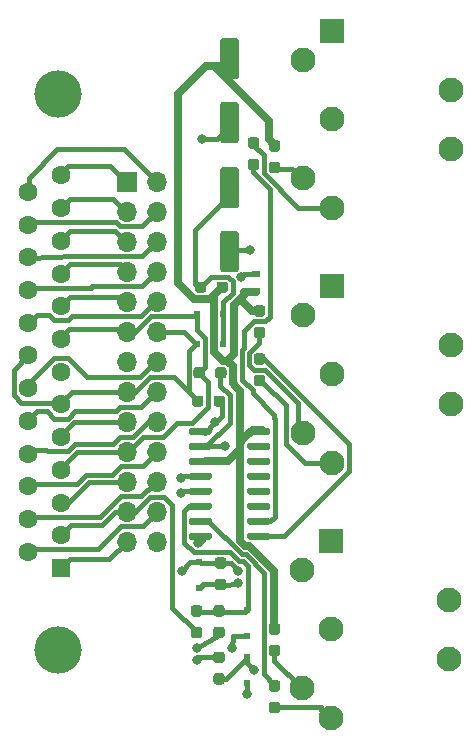
<source format=gbr>
%TF.GenerationSoftware,KiCad,Pcbnew,(5.1.10-1-10_14)*%
%TF.CreationDate,2021-11-16T12:10:24+01:00*%
%TF.ProjectId,Atari Export,41746172-6920-4457-9870-6f72742e6b69,rev?*%
%TF.SameCoordinates,Original*%
%TF.FileFunction,Copper,L1,Top*%
%TF.FilePolarity,Positive*%
%FSLAX46Y46*%
G04 Gerber Fmt 4.6, Leading zero omitted, Abs format (unit mm)*
G04 Created by KiCad (PCBNEW (5.1.10-1-10_14)) date 2021-11-16 12:10:24*
%MOMM*%
%LPD*%
G01*
G04 APERTURE LIST*
%TA.AperFunction,ComponentPad*%
%ADD10C,4.000000*%
%TD*%
%TA.AperFunction,ComponentPad*%
%ADD11C,1.600000*%
%TD*%
%TA.AperFunction,ComponentPad*%
%ADD12R,1.600000X1.600000*%
%TD*%
%TA.AperFunction,ComponentPad*%
%ADD13O,1.700000X1.700000*%
%TD*%
%TA.AperFunction,ComponentPad*%
%ADD14R,1.700000X1.700000*%
%TD*%
%TA.AperFunction,ComponentPad*%
%ADD15C,2.100000*%
%TD*%
%TA.AperFunction,ComponentPad*%
%ADD16R,2.100000X2.100000*%
%TD*%
%TA.AperFunction,SMDPad,CuDef*%
%ADD17R,0.700000X0.600000*%
%TD*%
%TA.AperFunction,SMDPad,CuDef*%
%ADD18R,0.500000X0.500000*%
%TD*%
%TA.AperFunction,ViaPad*%
%ADD19C,0.800000*%
%TD*%
%TA.AperFunction,Conductor*%
%ADD20C,0.381000*%
%TD*%
%TA.AperFunction,Conductor*%
%ADD21C,0.635000*%
%TD*%
G04 APERTURE END LIST*
%TO.P,C2,2*%
%TO.N,GND*%
%TA.AperFunction,SMDPad,CuDef*%
G36*
G01*
X110702000Y-53782000D02*
X111802000Y-53782000D01*
G75*
G02*
X112052000Y-54032000I0J-250000D01*
G01*
X112052000Y-57032000D01*
G75*
G02*
X111802000Y-57282000I-250000J0D01*
G01*
X110702000Y-57282000D01*
G75*
G02*
X110452000Y-57032000I0J250000D01*
G01*
X110452000Y-54032000D01*
G75*
G02*
X110702000Y-53782000I250000J0D01*
G01*
G37*
%TD.AperFunction*%
%TO.P,C2,1*%
%TO.N,VCC*%
%TA.AperFunction,SMDPad,CuDef*%
G36*
G01*
X110702000Y-48382000D02*
X111802000Y-48382000D01*
G75*
G02*
X112052000Y-48632000I0J-250000D01*
G01*
X112052000Y-51632000D01*
G75*
G02*
X111802000Y-51882000I-250000J0D01*
G01*
X110702000Y-51882000D01*
G75*
G02*
X110452000Y-51632000I0J250000D01*
G01*
X110452000Y-48632000D01*
G75*
G02*
X110702000Y-48382000I250000J0D01*
G01*
G37*
%TD.AperFunction*%
%TD*%
%TO.P,C1,2*%
%TO.N,GND*%
%TA.AperFunction,SMDPad,CuDef*%
G36*
G01*
X110702000Y-64704000D02*
X111802000Y-64704000D01*
G75*
G02*
X112052000Y-64954000I0J-250000D01*
G01*
X112052000Y-67954000D01*
G75*
G02*
X111802000Y-68204000I-250000J0D01*
G01*
X110702000Y-68204000D01*
G75*
G02*
X110452000Y-67954000I0J250000D01*
G01*
X110452000Y-64954000D01*
G75*
G02*
X110702000Y-64704000I250000J0D01*
G01*
G37*
%TD.AperFunction*%
%TO.P,C1,1*%
%TO.N,Net-(C1-Pad1)*%
%TA.AperFunction,SMDPad,CuDef*%
G36*
G01*
X110702000Y-59304000D02*
X111802000Y-59304000D01*
G75*
G02*
X112052000Y-59554000I0J-250000D01*
G01*
X112052000Y-62554000D01*
G75*
G02*
X111802000Y-62804000I-250000J0D01*
G01*
X110702000Y-62804000D01*
G75*
G02*
X110452000Y-62554000I0J250000D01*
G01*
X110452000Y-59554000D01*
G75*
G02*
X110702000Y-59304000I250000J0D01*
G01*
G37*
%TD.AperFunction*%
%TD*%
D10*
%TO.P,J1,0*%
%TO.N,N/C*%
X96700000Y-100180000D03*
X96700000Y-53080000D03*
D11*
%TO.P,J1,25*%
%TO.N,Net-(J1-Pad25)*%
X94160000Y-61395000D03*
%TO.P,J1,24*%
%TO.N,Net-(J1-Pad24)*%
X94160000Y-64165000D03*
%TO.P,J1,23*%
%TO.N,Net-(J1-Pad23)*%
X94160000Y-66935000D03*
%TO.P,J1,22*%
%TO.N,Net-(J1-Pad22)*%
X94160000Y-69705000D03*
%TO.P,J1,21*%
%TO.N,Net-(J1-Pad21)*%
X94160000Y-72475000D03*
%TO.P,J1,20*%
%TO.N,Net-(D3-Pad2)*%
X94160000Y-75245000D03*
%TO.P,J1,19*%
%TO.N,Net-(J1-Pad19)*%
X94160000Y-78015000D03*
%TO.P,J1,18*%
%TO.N,Net-(J1-Pad18)*%
X94160000Y-80785000D03*
%TO.P,J1,17*%
%TO.N,Net-(J1-Pad17)*%
X94160000Y-83555000D03*
%TO.P,J1,16*%
%TO.N,Net-(J1-Pad16)*%
X94160000Y-86325000D03*
%TO.P,J1,15*%
%TO.N,Net-(J1-Pad15)*%
X94160000Y-89095000D03*
%TO.P,J1,14*%
%TO.N,Net-(J1-Pad14)*%
X94160000Y-91865000D03*
%TO.P,J1,13*%
%TO.N,Net-(J1-Pad13)*%
X97000000Y-60010000D03*
%TO.P,J1,12*%
%TO.N,Net-(J1-Pad12)*%
X97000000Y-62780000D03*
%TO.P,J1,11*%
%TO.N,Net-(J1-Pad11)*%
X97000000Y-65550000D03*
%TO.P,J1,10*%
%TO.N,Net-(J1-Pad10)*%
X97000000Y-68320000D03*
%TO.P,J1,9*%
%TO.N,Net-(J1-Pad9)*%
X97000000Y-71090000D03*
%TO.P,J1,8*%
%TO.N,Net-(D2-Pad2)*%
X97000000Y-73860000D03*
%TO.P,J1,7*%
%TO.N,GND*%
X97000000Y-76630000D03*
%TO.P,J1,6*%
%TO.N,Net-(D3-Pad2)*%
X97000000Y-79400000D03*
%TO.P,J1,5*%
%TO.N,Net-(J1-Pad5)*%
X97000000Y-82170000D03*
%TO.P,J1,4*%
%TO.N,Net-(D2-Pad2)*%
X97000000Y-84940000D03*
%TO.P,J1,3*%
%TO.N,Net-(J1-Pad3)*%
X97000000Y-87710000D03*
%TO.P,J1,2*%
%TO.N,Net-(J1-Pad2)*%
X97000000Y-90480000D03*
D12*
%TO.P,J1,1*%
%TO.N,Net-(J1-Pad1)*%
X97000000Y-93250000D03*
%TD*%
D13*
%TO.P,J5,26*%
%TO.N,N/C*%
X105105200Y-91033600D03*
%TO.P,J5,25*%
%TO.N,Net-(J1-Pad1)*%
X102565200Y-91033600D03*
%TO.P,J5,24*%
%TO.N,Net-(J1-Pad14)*%
X105105200Y-88493600D03*
%TO.P,J5,23*%
%TO.N,Net-(J1-Pad2)*%
X102565200Y-88493600D03*
%TO.P,J5,22*%
%TO.N,Net-(J1-Pad15)*%
X105105200Y-85953600D03*
%TO.P,J5,21*%
%TO.N,Net-(J1-Pad3)*%
X102565200Y-85953600D03*
%TO.P,J5,20*%
%TO.N,Net-(J1-Pad16)*%
X105105200Y-83413600D03*
%TO.P,J5,19*%
%TO.N,Net-(D2-Pad2)*%
X102565200Y-83413600D03*
%TO.P,J5,18*%
%TO.N,Net-(J1-Pad17)*%
X105105200Y-80873600D03*
%TO.P,J5,17*%
%TO.N,Net-(J1-Pad5)*%
X102565200Y-80873600D03*
%TO.P,J5,16*%
%TO.N,Net-(J1-Pad18)*%
X105105200Y-78333600D03*
%TO.P,J5,15*%
%TO.N,Net-(D3-Pad2)*%
X102565200Y-78333600D03*
%TO.P,J5,14*%
%TO.N,Net-(J1-Pad19)*%
X105105200Y-75793600D03*
%TO.P,J5,13*%
%TO.N,GND*%
X102565200Y-75793600D03*
%TO.P,J5,12*%
%TO.N,Net-(D3-Pad2)*%
X105105200Y-73253600D03*
%TO.P,J5,11*%
%TO.N,Net-(D2-Pad2)*%
X102565200Y-73253600D03*
%TO.P,J5,10*%
%TO.N,Net-(J1-Pad21)*%
X105105200Y-70713600D03*
%TO.P,J5,9*%
%TO.N,Net-(J1-Pad9)*%
X102565200Y-70713600D03*
%TO.P,J5,8*%
%TO.N,Net-(J1-Pad22)*%
X105105200Y-68173600D03*
%TO.P,J5,7*%
%TO.N,Net-(J1-Pad10)*%
X102565200Y-68173600D03*
%TO.P,J5,6*%
%TO.N,Net-(J1-Pad23)*%
X105105200Y-65633600D03*
%TO.P,J5,5*%
%TO.N,Net-(J1-Pad11)*%
X102565200Y-65633600D03*
%TO.P,J5,4*%
%TO.N,Net-(J1-Pad24)*%
X105105200Y-63093600D03*
%TO.P,J5,3*%
%TO.N,Net-(J1-Pad12)*%
X102565200Y-63093600D03*
%TO.P,J5,2*%
%TO.N,Net-(J1-Pad25)*%
X105105200Y-60553600D03*
D14*
%TO.P,J5,1*%
%TO.N,Net-(J1-Pad13)*%
X102565200Y-60553600D03*
%TD*%
%TO.P,R9,2*%
%TO.N,Net-(D1-Pad1)*%
%TA.AperFunction,SMDPad,CuDef*%
G36*
G01*
X110125500Y-102152000D02*
X110600500Y-102152000D01*
G75*
G02*
X110838000Y-102389500I0J-237500D01*
G01*
X110838000Y-102889500D01*
G75*
G02*
X110600500Y-103127000I-237500J0D01*
G01*
X110125500Y-103127000D01*
G75*
G02*
X109888000Y-102889500I0J237500D01*
G01*
X109888000Y-102389500D01*
G75*
G02*
X110125500Y-102152000I237500J0D01*
G01*
G37*
%TD.AperFunction*%
%TO.P,R9,1*%
%TO.N,GND*%
%TA.AperFunction,SMDPad,CuDef*%
G36*
G01*
X110125500Y-100327000D02*
X110600500Y-100327000D01*
G75*
G02*
X110838000Y-100564500I0J-237500D01*
G01*
X110838000Y-101064500D01*
G75*
G02*
X110600500Y-101302000I-237500J0D01*
G01*
X110125500Y-101302000D01*
G75*
G02*
X109888000Y-101064500I0J237500D01*
G01*
X109888000Y-100564500D01*
G75*
G02*
X110125500Y-100327000I237500J0D01*
G01*
G37*
%TD.AperFunction*%
%TD*%
%TO.P,R5,2*%
%TO.N,Net-(D5-Pad1)*%
%TA.AperFunction,SMDPad,CuDef*%
G36*
G01*
X110600500Y-97365000D02*
X110125500Y-97365000D01*
G75*
G02*
X109888000Y-97127500I0J237500D01*
G01*
X109888000Y-96627500D01*
G75*
G02*
X110125500Y-96390000I237500J0D01*
G01*
X110600500Y-96390000D01*
G75*
G02*
X110838000Y-96627500I0J-237500D01*
G01*
X110838000Y-97127500D01*
G75*
G02*
X110600500Y-97365000I-237500J0D01*
G01*
G37*
%TD.AperFunction*%
%TO.P,R5,1*%
%TO.N,GND*%
%TA.AperFunction,SMDPad,CuDef*%
G36*
G01*
X110600500Y-99190000D02*
X110125500Y-99190000D01*
G75*
G02*
X109888000Y-98952500I0J237500D01*
G01*
X109888000Y-98452500D01*
G75*
G02*
X110125500Y-98215000I237500J0D01*
G01*
X110600500Y-98215000D01*
G75*
G02*
X110838000Y-98452500I0J-237500D01*
G01*
X110838000Y-98952500D01*
G75*
G02*
X110600500Y-99190000I-237500J0D01*
G01*
G37*
%TD.AperFunction*%
%TD*%
%TO.P,R4,2*%
%TO.N,Net-(D4-Pad1)*%
%TA.AperFunction,SMDPad,CuDef*%
G36*
G01*
X110252500Y-94151000D02*
X110727500Y-94151000D01*
G75*
G02*
X110965000Y-94388500I0J-237500D01*
G01*
X110965000Y-94888500D01*
G75*
G02*
X110727500Y-95126000I-237500J0D01*
G01*
X110252500Y-95126000D01*
G75*
G02*
X110015000Y-94888500I0J237500D01*
G01*
X110015000Y-94388500D01*
G75*
G02*
X110252500Y-94151000I237500J0D01*
G01*
G37*
%TD.AperFunction*%
%TO.P,R4,1*%
%TO.N,GND*%
%TA.AperFunction,SMDPad,CuDef*%
G36*
G01*
X110252500Y-92326000D02*
X110727500Y-92326000D01*
G75*
G02*
X110965000Y-92563500I0J-237500D01*
G01*
X110965000Y-93063500D01*
G75*
G02*
X110727500Y-93301000I-237500J0D01*
G01*
X110252500Y-93301000D01*
G75*
G02*
X110015000Y-93063500I0J237500D01*
G01*
X110015000Y-92563500D01*
G75*
G02*
X110252500Y-92326000I237500J0D01*
G01*
G37*
%TD.AperFunction*%
%TD*%
%TO.P,R6,2*%
%TO.N,Net-(D2-Pad2)*%
%TA.AperFunction,SMDPad,CuDef*%
G36*
G01*
X109176000Y-76470500D02*
X109176000Y-76945500D01*
G75*
G02*
X108938500Y-77183000I-237500J0D01*
G01*
X108438500Y-77183000D01*
G75*
G02*
X108201000Y-76945500I0J237500D01*
G01*
X108201000Y-76470500D01*
G75*
G02*
X108438500Y-76233000I237500J0D01*
G01*
X108938500Y-76233000D01*
G75*
G02*
X109176000Y-76470500I0J-237500D01*
G01*
G37*
%TD.AperFunction*%
%TO.P,R6,1*%
%TO.N,Net-(D1-Pad1)*%
%TA.AperFunction,SMDPad,CuDef*%
G36*
G01*
X111001000Y-76470500D02*
X111001000Y-76945500D01*
G75*
G02*
X110763500Y-77183000I-237500J0D01*
G01*
X110263500Y-77183000D01*
G75*
G02*
X110026000Y-76945500I0J237500D01*
G01*
X110026000Y-76470500D01*
G75*
G02*
X110263500Y-76233000I237500J0D01*
G01*
X110763500Y-76233000D01*
G75*
G02*
X111001000Y-76470500I0J-237500D01*
G01*
G37*
%TD.AperFunction*%
%TD*%
D15*
%TO.P,J3,G1*%
%TO.N,N/C*%
X129968000Y-79335000D03*
%TO.P,J3,G2*%
X129968000Y-74335000D03*
%TO.P,J3,3*%
%TO.N,Net-(J3-Pad3)*%
X119958000Y-76835000D03*
%TO.P,J3,5*%
%TO.N,Net-(J3-Pad5)*%
X119958000Y-84340000D03*
D16*
%TO.P,J3,1*%
%TO.N,Net-(J3-Pad1)*%
X119958000Y-69330000D03*
D15*
%TO.P,J3,4*%
%TO.N,Net-(J3-Pad4)*%
X117468000Y-81840000D03*
%TO.P,J3,2*%
%TO.N,GND*%
X117468000Y-71830000D03*
%TD*%
%TO.P,J2,G1*%
%TO.N,N/C*%
X129968000Y-57745000D03*
%TO.P,J2,G2*%
X129968000Y-52745000D03*
%TO.P,J2,3*%
%TO.N,Net-(J2-Pad3)*%
X119958000Y-55245000D03*
%TO.P,J2,5*%
%TO.N,Net-(J2-Pad5)*%
X119958000Y-62750000D03*
D16*
%TO.P,J2,1*%
%TO.N,Net-(J2-Pad1)*%
X119958000Y-47740000D03*
D15*
%TO.P,J2,4*%
%TO.N,Net-(J2-Pad4)*%
X117468000Y-60250000D03*
%TO.P,J2,2*%
%TO.N,GND*%
X117468000Y-50240000D03*
%TD*%
%TO.P,J4,G1*%
%TO.N,N/C*%
X129867500Y-100925000D03*
%TO.P,J4,G2*%
X129867500Y-95925000D03*
%TO.P,J4,3*%
%TO.N,Net-(J4-Pad3)*%
X119857500Y-98425000D03*
%TO.P,J4,5*%
%TO.N,Net-(J4-Pad5)*%
X119857500Y-105930000D03*
D16*
%TO.P,J4,1*%
%TO.N,Net-(J4-Pad1)*%
X119857500Y-90920000D03*
D15*
%TO.P,J4,4*%
%TO.N,Net-(J4-Pad4)*%
X117367500Y-103430000D03*
%TO.P,J4,2*%
%TO.N,GND*%
X117367500Y-93420000D03*
%TD*%
%TO.P,U1,16*%
%TO.N,VCC*%
%TA.AperFunction,SMDPad,CuDef*%
G36*
G01*
X112752000Y-81811000D02*
X112752000Y-81511000D01*
G75*
G02*
X112902000Y-81361000I150000J0D01*
G01*
X114552000Y-81361000D01*
G75*
G02*
X114702000Y-81511000I0J-150000D01*
G01*
X114702000Y-81811000D01*
G75*
G02*
X114552000Y-81961000I-150000J0D01*
G01*
X112902000Y-81961000D01*
G75*
G02*
X112752000Y-81811000I0J150000D01*
G01*
G37*
%TD.AperFunction*%
%TO.P,U1,15*%
%TO.N,Net-(U1-Pad15)*%
%TA.AperFunction,SMDPad,CuDef*%
G36*
G01*
X112752000Y-83081000D02*
X112752000Y-82781000D01*
G75*
G02*
X112902000Y-82631000I150000J0D01*
G01*
X114552000Y-82631000D01*
G75*
G02*
X114702000Y-82781000I0J-150000D01*
G01*
X114702000Y-83081000D01*
G75*
G02*
X114552000Y-83231000I-150000J0D01*
G01*
X112902000Y-83231000D01*
G75*
G02*
X112752000Y-83081000I0J150000D01*
G01*
G37*
%TD.AperFunction*%
%TO.P,U1,14*%
%TO.N,Net-(U1-Pad14)*%
%TA.AperFunction,SMDPad,CuDef*%
G36*
G01*
X112752000Y-84351000D02*
X112752000Y-84051000D01*
G75*
G02*
X112902000Y-83901000I150000J0D01*
G01*
X114552000Y-83901000D01*
G75*
G02*
X114702000Y-84051000I0J-150000D01*
G01*
X114702000Y-84351000D01*
G75*
G02*
X114552000Y-84501000I-150000J0D01*
G01*
X112902000Y-84501000D01*
G75*
G02*
X112752000Y-84351000I0J150000D01*
G01*
G37*
%TD.AperFunction*%
%TO.P,U1,13*%
%TO.N,Net-(U1-Pad13)*%
%TA.AperFunction,SMDPad,CuDef*%
G36*
G01*
X112752000Y-85621000D02*
X112752000Y-85321000D01*
G75*
G02*
X112902000Y-85171000I150000J0D01*
G01*
X114552000Y-85171000D01*
G75*
G02*
X114702000Y-85321000I0J-150000D01*
G01*
X114702000Y-85621000D01*
G75*
G02*
X114552000Y-85771000I-150000J0D01*
G01*
X112902000Y-85771000D01*
G75*
G02*
X112752000Y-85621000I0J150000D01*
G01*
G37*
%TD.AperFunction*%
%TO.P,U1,12*%
%TO.N,Net-(U1-Pad12)*%
%TA.AperFunction,SMDPad,CuDef*%
G36*
G01*
X112752000Y-86891000D02*
X112752000Y-86591000D01*
G75*
G02*
X112902000Y-86441000I150000J0D01*
G01*
X114552000Y-86441000D01*
G75*
G02*
X114702000Y-86591000I0J-150000D01*
G01*
X114702000Y-86891000D01*
G75*
G02*
X114552000Y-87041000I-150000J0D01*
G01*
X112902000Y-87041000D01*
G75*
G02*
X112752000Y-86891000I0J150000D01*
G01*
G37*
%TD.AperFunction*%
%TO.P,U1,11*%
%TO.N,Net-(U1-Pad11)*%
%TA.AperFunction,SMDPad,CuDef*%
G36*
G01*
X112752000Y-88161000D02*
X112752000Y-87861000D01*
G75*
G02*
X112902000Y-87711000I150000J0D01*
G01*
X114552000Y-87711000D01*
G75*
G02*
X114702000Y-87861000I0J-150000D01*
G01*
X114702000Y-88161000D01*
G75*
G02*
X114552000Y-88311000I-150000J0D01*
G01*
X112902000Y-88311000D01*
G75*
G02*
X112752000Y-88161000I0J150000D01*
G01*
G37*
%TD.AperFunction*%
%TO.P,U1,10*%
%TO.N,Net-(R3-Pad2)*%
%TA.AperFunction,SMDPad,CuDef*%
G36*
G01*
X112752000Y-89431000D02*
X112752000Y-89131000D01*
G75*
G02*
X112902000Y-88981000I150000J0D01*
G01*
X114552000Y-88981000D01*
G75*
G02*
X114702000Y-89131000I0J-150000D01*
G01*
X114702000Y-89431000D01*
G75*
G02*
X114552000Y-89581000I-150000J0D01*
G01*
X112902000Y-89581000D01*
G75*
G02*
X112752000Y-89431000I0J150000D01*
G01*
G37*
%TD.AperFunction*%
%TO.P,U1,9*%
%TO.N,Net-(R2-Pad2)*%
%TA.AperFunction,SMDPad,CuDef*%
G36*
G01*
X112752000Y-90701000D02*
X112752000Y-90401000D01*
G75*
G02*
X112902000Y-90251000I150000J0D01*
G01*
X114552000Y-90251000D01*
G75*
G02*
X114702000Y-90401000I0J-150000D01*
G01*
X114702000Y-90701000D01*
G75*
G02*
X114552000Y-90851000I-150000J0D01*
G01*
X112902000Y-90851000D01*
G75*
G02*
X112752000Y-90701000I0J150000D01*
G01*
G37*
%TD.AperFunction*%
%TO.P,U1,8*%
%TO.N,GND*%
%TA.AperFunction,SMDPad,CuDef*%
G36*
G01*
X107802000Y-90701000D02*
X107802000Y-90401000D01*
G75*
G02*
X107952000Y-90251000I150000J0D01*
G01*
X109602000Y-90251000D01*
G75*
G02*
X109752000Y-90401000I0J-150000D01*
G01*
X109752000Y-90701000D01*
G75*
G02*
X109602000Y-90851000I-150000J0D01*
G01*
X107952000Y-90851000D01*
G75*
G02*
X107802000Y-90701000I0J150000D01*
G01*
G37*
%TD.AperFunction*%
%TO.P,U1,7*%
%TO.N,Net-(R1-Pad2)*%
%TA.AperFunction,SMDPad,CuDef*%
G36*
G01*
X107802000Y-89431000D02*
X107802000Y-89131000D01*
G75*
G02*
X107952000Y-88981000I150000J0D01*
G01*
X109602000Y-88981000D01*
G75*
G02*
X109752000Y-89131000I0J-150000D01*
G01*
X109752000Y-89431000D01*
G75*
G02*
X109602000Y-89581000I-150000J0D01*
G01*
X107952000Y-89581000D01*
G75*
G02*
X107802000Y-89431000I0J150000D01*
G01*
G37*
%TD.AperFunction*%
%TO.P,U1,6*%
%TO.N,Net-(D5-Pad1)*%
%TA.AperFunction,SMDPad,CuDef*%
G36*
G01*
X107802000Y-88161000D02*
X107802000Y-87861000D01*
G75*
G02*
X107952000Y-87711000I150000J0D01*
G01*
X109602000Y-87711000D01*
G75*
G02*
X109752000Y-87861000I0J-150000D01*
G01*
X109752000Y-88161000D01*
G75*
G02*
X109602000Y-88311000I-150000J0D01*
G01*
X107952000Y-88311000D01*
G75*
G02*
X107802000Y-88161000I0J150000D01*
G01*
G37*
%TD.AperFunction*%
%TO.P,U1,5*%
%TO.N,GND*%
%TA.AperFunction,SMDPad,CuDef*%
G36*
G01*
X107802000Y-86891000D02*
X107802000Y-86591000D01*
G75*
G02*
X107952000Y-86441000I150000J0D01*
G01*
X109602000Y-86441000D01*
G75*
G02*
X109752000Y-86591000I0J-150000D01*
G01*
X109752000Y-86891000D01*
G75*
G02*
X109602000Y-87041000I-150000J0D01*
G01*
X107952000Y-87041000D01*
G75*
G02*
X107802000Y-86891000I0J150000D01*
G01*
G37*
%TD.AperFunction*%
%TO.P,U1,4*%
%TA.AperFunction,SMDPad,CuDef*%
G36*
G01*
X107802000Y-85621000D02*
X107802000Y-85321000D01*
G75*
G02*
X107952000Y-85171000I150000J0D01*
G01*
X109602000Y-85171000D01*
G75*
G02*
X109752000Y-85321000I0J-150000D01*
G01*
X109752000Y-85621000D01*
G75*
G02*
X109602000Y-85771000I-150000J0D01*
G01*
X107952000Y-85771000D01*
G75*
G02*
X107802000Y-85621000I0J150000D01*
G01*
G37*
%TD.AperFunction*%
%TO.P,U1,3*%
%TO.N,VCC*%
%TA.AperFunction,SMDPad,CuDef*%
G36*
G01*
X107802000Y-84351000D02*
X107802000Y-84051000D01*
G75*
G02*
X107952000Y-83901000I150000J0D01*
G01*
X109602000Y-83901000D01*
G75*
G02*
X109752000Y-84051000I0J-150000D01*
G01*
X109752000Y-84351000D01*
G75*
G02*
X109602000Y-84501000I-150000J0D01*
G01*
X107952000Y-84501000D01*
G75*
G02*
X107802000Y-84351000I0J150000D01*
G01*
G37*
%TD.AperFunction*%
%TO.P,U1,2*%
%TO.N,Net-(D1-Pad1)*%
%TA.AperFunction,SMDPad,CuDef*%
G36*
G01*
X107802000Y-83081000D02*
X107802000Y-82781000D01*
G75*
G02*
X107952000Y-82631000I150000J0D01*
G01*
X109602000Y-82631000D01*
G75*
G02*
X109752000Y-82781000I0J-150000D01*
G01*
X109752000Y-83081000D01*
G75*
G02*
X109602000Y-83231000I-150000J0D01*
G01*
X107952000Y-83231000D01*
G75*
G02*
X107802000Y-83081000I0J150000D01*
G01*
G37*
%TD.AperFunction*%
%TO.P,U1,1*%
%TO.N,Net-(D4-Pad1)*%
%TA.AperFunction,SMDPad,CuDef*%
G36*
G01*
X107802000Y-81811000D02*
X107802000Y-81511000D01*
G75*
G02*
X107952000Y-81361000I150000J0D01*
G01*
X109602000Y-81361000D01*
G75*
G02*
X109752000Y-81511000I0J-150000D01*
G01*
X109752000Y-81811000D01*
G75*
G02*
X109602000Y-81961000I-150000J0D01*
G01*
X107952000Y-81961000D01*
G75*
G02*
X107802000Y-81811000I0J150000D01*
G01*
G37*
%TD.AperFunction*%
%TD*%
%TO.P,R13,2*%
%TO.N,VCC*%
%TA.AperFunction,SMDPad,CuDef*%
G36*
G01*
X115299500Y-98889000D02*
X114824500Y-98889000D01*
G75*
G02*
X114587000Y-98651500I0J237500D01*
G01*
X114587000Y-98151500D01*
G75*
G02*
X114824500Y-97914000I237500J0D01*
G01*
X115299500Y-97914000D01*
G75*
G02*
X115537000Y-98151500I0J-237500D01*
G01*
X115537000Y-98651500D01*
G75*
G02*
X115299500Y-98889000I-237500J0D01*
G01*
G37*
%TD.AperFunction*%
%TO.P,R13,1*%
%TO.N,Net-(J4-Pad4)*%
%TA.AperFunction,SMDPad,CuDef*%
G36*
G01*
X115299500Y-100714000D02*
X114824500Y-100714000D01*
G75*
G02*
X114587000Y-100476500I0J237500D01*
G01*
X114587000Y-99976500D01*
G75*
G02*
X114824500Y-99739000I237500J0D01*
G01*
X115299500Y-99739000D01*
G75*
G02*
X115537000Y-99976500I0J-237500D01*
G01*
X115537000Y-100476500D01*
G75*
G02*
X115299500Y-100714000I-237500J0D01*
G01*
G37*
%TD.AperFunction*%
%TD*%
%TO.P,R12,2*%
%TO.N,VCC*%
%TA.AperFunction,SMDPad,CuDef*%
G36*
G01*
X114029500Y-71965000D02*
X113554500Y-71965000D01*
G75*
G02*
X113317000Y-71727500I0J237500D01*
G01*
X113317000Y-71227500D01*
G75*
G02*
X113554500Y-70990000I237500J0D01*
G01*
X114029500Y-70990000D01*
G75*
G02*
X114267000Y-71227500I0J-237500D01*
G01*
X114267000Y-71727500D01*
G75*
G02*
X114029500Y-71965000I-237500J0D01*
G01*
G37*
%TD.AperFunction*%
%TO.P,R12,1*%
%TO.N,Net-(J3-Pad4)*%
%TA.AperFunction,SMDPad,CuDef*%
G36*
G01*
X114029500Y-73790000D02*
X113554500Y-73790000D01*
G75*
G02*
X113317000Y-73552500I0J237500D01*
G01*
X113317000Y-73052500D01*
G75*
G02*
X113554500Y-72815000I237500J0D01*
G01*
X114029500Y-72815000D01*
G75*
G02*
X114267000Y-73052500I0J-237500D01*
G01*
X114267000Y-73552500D01*
G75*
G02*
X114029500Y-73790000I-237500J0D01*
G01*
G37*
%TD.AperFunction*%
%TD*%
%TO.P,R11,2*%
%TO.N,VCC*%
%TA.AperFunction,SMDPad,CuDef*%
G36*
G01*
X115299500Y-57995000D02*
X114824500Y-57995000D01*
G75*
G02*
X114587000Y-57757500I0J237500D01*
G01*
X114587000Y-57257500D01*
G75*
G02*
X114824500Y-57020000I237500J0D01*
G01*
X115299500Y-57020000D01*
G75*
G02*
X115537000Y-57257500I0J-237500D01*
G01*
X115537000Y-57757500D01*
G75*
G02*
X115299500Y-57995000I-237500J0D01*
G01*
G37*
%TD.AperFunction*%
%TO.P,R11,1*%
%TO.N,Net-(J2-Pad4)*%
%TA.AperFunction,SMDPad,CuDef*%
G36*
G01*
X115299500Y-59820000D02*
X114824500Y-59820000D01*
G75*
G02*
X114587000Y-59582500I0J237500D01*
G01*
X114587000Y-59082500D01*
G75*
G02*
X114824500Y-58845000I237500J0D01*
G01*
X115299500Y-58845000D01*
G75*
G02*
X115537000Y-59082500I0J-237500D01*
G01*
X115537000Y-59582500D01*
G75*
G02*
X115299500Y-59820000I-237500J0D01*
G01*
G37*
%TD.AperFunction*%
%TD*%
%TO.P,R10,2*%
%TO.N,Net-(C1-Pad1)*%
%TA.AperFunction,SMDPad,CuDef*%
G36*
G01*
X109303000Y-69231500D02*
X109303000Y-69706500D01*
G75*
G02*
X109065500Y-69944000I-237500J0D01*
G01*
X108565500Y-69944000D01*
G75*
G02*
X108328000Y-69706500I0J237500D01*
G01*
X108328000Y-69231500D01*
G75*
G02*
X108565500Y-68994000I237500J0D01*
G01*
X109065500Y-68994000D01*
G75*
G02*
X109303000Y-69231500I0J-237500D01*
G01*
G37*
%TD.AperFunction*%
%TO.P,R10,1*%
%TO.N,VCC*%
%TA.AperFunction,SMDPad,CuDef*%
G36*
G01*
X111128000Y-69231500D02*
X111128000Y-69706500D01*
G75*
G02*
X110890500Y-69944000I-237500J0D01*
G01*
X110390500Y-69944000D01*
G75*
G02*
X110153000Y-69706500I0J237500D01*
G01*
X110153000Y-69231500D01*
G75*
G02*
X110390500Y-68994000I237500J0D01*
G01*
X110890500Y-68994000D01*
G75*
G02*
X111128000Y-69231500I0J-237500D01*
G01*
G37*
%TD.AperFunction*%
%TD*%
%TO.P,R8,2*%
%TO.N,Net-(J1-Pad2)*%
%TA.AperFunction,SMDPad,CuDef*%
G36*
G01*
X108220500Y-98215000D02*
X108695500Y-98215000D01*
G75*
G02*
X108933000Y-98452500I0J-237500D01*
G01*
X108933000Y-98952500D01*
G75*
G02*
X108695500Y-99190000I-237500J0D01*
G01*
X108220500Y-99190000D01*
G75*
G02*
X107983000Y-98952500I0J237500D01*
G01*
X107983000Y-98452500D01*
G75*
G02*
X108220500Y-98215000I237500J0D01*
G01*
G37*
%TD.AperFunction*%
%TO.P,R8,1*%
%TO.N,Net-(D5-Pad1)*%
%TA.AperFunction,SMDPad,CuDef*%
G36*
G01*
X108220500Y-96390000D02*
X108695500Y-96390000D01*
G75*
G02*
X108933000Y-96627500I0J-237500D01*
G01*
X108933000Y-97127500D01*
G75*
G02*
X108695500Y-97365000I-237500J0D01*
G01*
X108220500Y-97365000D01*
G75*
G02*
X107983000Y-97127500I0J237500D01*
G01*
X107983000Y-96627500D01*
G75*
G02*
X108220500Y-96390000I237500J0D01*
G01*
G37*
%TD.AperFunction*%
%TD*%
%TO.P,R7,2*%
%TO.N,Net-(D3-Pad2)*%
%TA.AperFunction,SMDPad,CuDef*%
G36*
G01*
X109049000Y-78883500D02*
X109049000Y-79358500D01*
G75*
G02*
X108811500Y-79596000I-237500J0D01*
G01*
X108311500Y-79596000D01*
G75*
G02*
X108074000Y-79358500I0J237500D01*
G01*
X108074000Y-78883500D01*
G75*
G02*
X108311500Y-78646000I237500J0D01*
G01*
X108811500Y-78646000D01*
G75*
G02*
X109049000Y-78883500I0J-237500D01*
G01*
G37*
%TD.AperFunction*%
%TO.P,R7,1*%
%TO.N,Net-(D4-Pad1)*%
%TA.AperFunction,SMDPad,CuDef*%
G36*
G01*
X110874000Y-78883500D02*
X110874000Y-79358500D01*
G75*
G02*
X110636500Y-79596000I-237500J0D01*
G01*
X110136500Y-79596000D01*
G75*
G02*
X109899000Y-79358500I0J237500D01*
G01*
X109899000Y-78883500D01*
G75*
G02*
X110136500Y-78646000I237500J0D01*
G01*
X110636500Y-78646000D01*
G75*
G02*
X110874000Y-78883500I0J-237500D01*
G01*
G37*
%TD.AperFunction*%
%TD*%
%TO.P,R3,2*%
%TO.N,Net-(R3-Pad2)*%
%TA.AperFunction,SMDPad,CuDef*%
G36*
G01*
X113046500Y-58591000D02*
X113521500Y-58591000D01*
G75*
G02*
X113759000Y-58828500I0J-237500D01*
G01*
X113759000Y-59328500D01*
G75*
G02*
X113521500Y-59566000I-237500J0D01*
G01*
X113046500Y-59566000D01*
G75*
G02*
X112809000Y-59328500I0J237500D01*
G01*
X112809000Y-58828500D01*
G75*
G02*
X113046500Y-58591000I237500J0D01*
G01*
G37*
%TD.AperFunction*%
%TO.P,R3,1*%
%TO.N,Net-(J2-Pad5)*%
%TA.AperFunction,SMDPad,CuDef*%
G36*
G01*
X113046500Y-56766000D02*
X113521500Y-56766000D01*
G75*
G02*
X113759000Y-57003500I0J-237500D01*
G01*
X113759000Y-57503500D01*
G75*
G02*
X113521500Y-57741000I-237500J0D01*
G01*
X113046500Y-57741000D01*
G75*
G02*
X112809000Y-57503500I0J237500D01*
G01*
X112809000Y-57003500D01*
G75*
G02*
X113046500Y-56766000I237500J0D01*
G01*
G37*
%TD.AperFunction*%
%TD*%
%TO.P,R2,2*%
%TO.N,Net-(R2-Pad2)*%
%TA.AperFunction,SMDPad,CuDef*%
G36*
G01*
X114029500Y-76029000D02*
X113554500Y-76029000D01*
G75*
G02*
X113317000Y-75791500I0J237500D01*
G01*
X113317000Y-75291500D01*
G75*
G02*
X113554500Y-75054000I237500J0D01*
G01*
X114029500Y-75054000D01*
G75*
G02*
X114267000Y-75291500I0J-237500D01*
G01*
X114267000Y-75791500D01*
G75*
G02*
X114029500Y-76029000I-237500J0D01*
G01*
G37*
%TD.AperFunction*%
%TO.P,R2,1*%
%TO.N,Net-(J3-Pad5)*%
%TA.AperFunction,SMDPad,CuDef*%
G36*
G01*
X114029500Y-77854000D02*
X113554500Y-77854000D01*
G75*
G02*
X113317000Y-77616500I0J237500D01*
G01*
X113317000Y-77116500D01*
G75*
G02*
X113554500Y-76879000I237500J0D01*
G01*
X114029500Y-76879000D01*
G75*
G02*
X114267000Y-77116500I0J-237500D01*
G01*
X114267000Y-77616500D01*
G75*
G02*
X114029500Y-77854000I-237500J0D01*
G01*
G37*
%TD.AperFunction*%
%TD*%
%TO.P,R1,2*%
%TO.N,Net-(R1-Pad2)*%
%TA.AperFunction,SMDPad,CuDef*%
G36*
G01*
X115299500Y-103715000D02*
X114824500Y-103715000D01*
G75*
G02*
X114587000Y-103477500I0J237500D01*
G01*
X114587000Y-102977500D01*
G75*
G02*
X114824500Y-102740000I237500J0D01*
G01*
X115299500Y-102740000D01*
G75*
G02*
X115537000Y-102977500I0J-237500D01*
G01*
X115537000Y-103477500D01*
G75*
G02*
X115299500Y-103715000I-237500J0D01*
G01*
G37*
%TD.AperFunction*%
%TO.P,R1,1*%
%TO.N,Net-(J4-Pad5)*%
%TA.AperFunction,SMDPad,CuDef*%
G36*
G01*
X115299500Y-105540000D02*
X114824500Y-105540000D01*
G75*
G02*
X114587000Y-105302500I0J237500D01*
G01*
X114587000Y-104802500D01*
G75*
G02*
X114824500Y-104565000I237500J0D01*
G01*
X115299500Y-104565000D01*
G75*
G02*
X115537000Y-104802500I0J-237500D01*
G01*
X115537000Y-105302500D01*
G75*
G02*
X115299500Y-105540000I-237500J0D01*
G01*
G37*
%TD.AperFunction*%
%TD*%
D17*
%TO.P,D6,1*%
%TO.N,VCC*%
X113538000Y-69788000D03*
%TO.P,D6,2*%
%TO.N,GND*%
X113538000Y-68388000D03*
%TD*%
D18*
%TO.P,D5,2*%
%TO.N,GND*%
X112776000Y-99017000D03*
%TO.P,D5,1*%
%TO.N,Net-(D5-Pad1)*%
X112776000Y-96817000D03*
%TD*%
%TO.P,D4,2*%
%TO.N,GND*%
X108712000Y-92753000D03*
%TO.P,D4,1*%
%TO.N,Net-(D4-Pad1)*%
X108712000Y-94953000D03*
%TD*%
%TO.P,D3,2*%
%TO.N,Net-(D3-Pad2)*%
X108501000Y-74295000D03*
%TO.P,D3,1*%
%TO.N,Net-(C1-Pad1)*%
X110701000Y-74295000D03*
%TD*%
%TO.P,D2,2*%
%TO.N,Net-(D2-Pad2)*%
X108501000Y-71755000D03*
%TO.P,D2,1*%
%TO.N,Net-(C1-Pad1)*%
X110701000Y-71755000D03*
%TD*%
%TO.P,D1,2*%
%TO.N,GND*%
X112776000Y-102954000D03*
%TO.P,D1,1*%
%TO.N,Net-(D1-Pad1)*%
X112776000Y-100754000D03*
%TD*%
D19*
%TO.N,GND*%
X113030000Y-66294000D03*
X112268000Y-68580000D03*
X107188000Y-85598000D03*
X107188000Y-86868000D03*
X112776000Y-103886000D03*
X108554197Y-91120574D03*
X112014000Y-93472000D03*
X108966004Y-56896000D03*
X108500000Y-101000000D03*
X108500000Y-100000000D03*
X111500000Y-100000000D03*
X107208119Y-93500000D03*
%TO.N,Net-(D1-Pad1)*%
X110896400Y-82956400D03*
X113334800Y-101879400D03*
%TO.N,Net-(D4-Pad1)*%
X110032800Y-80873600D03*
X112000000Y-94500000D03*
%TD*%
D20*
%TO.N,GND*%
X113476000Y-68388000D02*
X113538000Y-68326000D01*
X112522000Y-68388000D02*
X113476000Y-68388000D01*
X107315000Y-85471000D02*
X107188000Y-85598000D01*
X109285000Y-85471000D02*
X107315000Y-85471000D01*
X107315000Y-86741000D02*
X107188000Y-86868000D01*
X109285000Y-86741000D02*
X107315000Y-86741000D01*
X112776000Y-102954000D02*
X112776000Y-103886000D01*
X109285000Y-90551000D02*
X108715426Y-91120574D01*
X108715426Y-91120574D02*
X108554197Y-91120574D01*
X110490000Y-92813500D02*
X111355500Y-92813500D01*
X111355500Y-92813500D02*
X112014000Y-93472000D01*
X112965500Y-66358500D02*
X113030000Y-66294000D01*
X110998000Y-66358500D02*
X112965500Y-66358500D01*
X111252000Y-55880000D02*
X110236000Y-56896000D01*
X110236000Y-56896000D02*
X108966004Y-56896000D01*
X108685500Y-100814500D02*
X108500000Y-101000000D01*
X110363000Y-100814500D02*
X108685500Y-100814500D01*
X110363000Y-98933000D02*
X110363000Y-98702500D01*
X108500000Y-100000000D02*
X110363000Y-98933000D01*
X111555122Y-99017000D02*
X112776000Y-99017000D01*
X111500000Y-100000000D02*
X111555122Y-99017000D01*
X108669000Y-92753000D02*
X108712000Y-92710000D01*
X107873996Y-92753000D02*
X108669000Y-92753000D01*
X107208119Y-93500000D02*
X107873996Y-92753000D01*
X110490000Y-92813500D02*
X108813500Y-92813500D01*
%TO.N,Net-(C1-Pad1)*%
X111518510Y-69966632D02*
X110744000Y-70741142D01*
X109681010Y-68603490D02*
X111150632Y-68603490D01*
X111150632Y-68603490D02*
X111518510Y-68971368D01*
X111518510Y-68971368D02*
X111518510Y-69966632D01*
X108815500Y-69469000D02*
X109681010Y-68603490D01*
X110744000Y-70741142D02*
X110744000Y-71882000D01*
X110701000Y-74295000D02*
X110701000Y-71671000D01*
X110701000Y-71671000D02*
X110744000Y-71628000D01*
X108316490Y-64657510D02*
X111252000Y-61722000D01*
X108316490Y-69200490D02*
X108316490Y-64657510D01*
X108712000Y-69596000D02*
X108316490Y-69200490D01*
D21*
%TO.N,VCC*%
X113180480Y-71477500D02*
X112164490Y-70461510D01*
X113792000Y-71477500D02*
X113180480Y-71477500D01*
X111125000Y-84201000D02*
X112161479Y-83164521D01*
X109285000Y-84201000D02*
X111125000Y-84201000D01*
X110617000Y-69469000D02*
X109933499Y-70152501D01*
X110640500Y-69469000D02*
X110617000Y-69469000D01*
X111518510Y-76157764D02*
X111518510Y-77622090D01*
X111076236Y-75715490D02*
X111518510Y-76157764D01*
X110689988Y-75715490D02*
X111076236Y-75715490D01*
X109933499Y-74959001D02*
X110689988Y-75715490D01*
X109933499Y-70152501D02*
X109933499Y-74959001D01*
D20*
X112161479Y-78265059D02*
X112071210Y-78174790D01*
D21*
X111518510Y-77622090D02*
X111817210Y-77920790D01*
X111817210Y-77920790D02*
X112071210Y-78174790D01*
X112161479Y-83164521D02*
X112161479Y-83085517D01*
X112164490Y-70461510D02*
X111637468Y-70988532D01*
X111637468Y-75099513D02*
X111021490Y-75715490D01*
X111637468Y-70988532D02*
X111637468Y-75099513D01*
X113244498Y-81534000D02*
X114046000Y-81534000D01*
X112665008Y-82113490D02*
X113244498Y-81534000D01*
X112625506Y-82113490D02*
X112665008Y-82113490D01*
X112234490Y-82544008D02*
X112234490Y-82504506D01*
X112234490Y-82504506D02*
X112625506Y-82113490D01*
X112161479Y-82617019D02*
X112234490Y-82544008D01*
X112161479Y-83085517D02*
X112161479Y-82617019D01*
X112161479Y-90974855D02*
X112579098Y-91392476D01*
X112161479Y-83164521D02*
X112161479Y-90974855D01*
X112579098Y-91392476D02*
X112927372Y-91392477D01*
X112927372Y-91392477D02*
X115062000Y-93527105D01*
X115062000Y-93527105D02*
X115062000Y-98298000D01*
X110808500Y-50735500D02*
X109284500Y-50735500D01*
X106934000Y-69142746D02*
X108252764Y-70461510D01*
X109624490Y-70461510D02*
X109933499Y-70152501D01*
X108252764Y-70461510D02*
X109624490Y-70461510D01*
X109284500Y-50735500D02*
X106934000Y-53086000D01*
X106934000Y-53086000D02*
X106934000Y-69142746D01*
X110998000Y-50546000D02*
X110808500Y-50735500D01*
X114607990Y-55361490D02*
X114607990Y-56949990D01*
X114607990Y-56949990D02*
X115062000Y-57404000D01*
X109982000Y-50735500D02*
X114607990Y-55361490D01*
X113538000Y-69850000D02*
X112522000Y-69850000D01*
X112776000Y-69850000D02*
X113538000Y-69850000D01*
X112164490Y-70461510D02*
X112776000Y-69850000D01*
X112161479Y-78265059D02*
X111817210Y-77920790D01*
X112161479Y-83085517D02*
X112161479Y-78265059D01*
D20*
%TO.N,Net-(D1-Pad1)*%
X111264510Y-78623368D02*
X110490000Y-77848858D01*
X110490000Y-77848858D02*
X110490000Y-76962000D01*
X109285000Y-82931000D02*
X111264510Y-80951490D01*
X111264510Y-80951490D02*
X111264510Y-78623368D01*
X110871000Y-82931000D02*
X110896400Y-82956400D01*
X108777000Y-82931000D02*
X110871000Y-82931000D01*
X112776000Y-101320600D02*
X113334800Y-101879400D01*
X112776000Y-100754000D02*
X112776000Y-101320600D01*
X110974500Y-102639500D02*
X112776000Y-100838000D01*
X110500000Y-102639500D02*
X110974500Y-102639500D01*
%TO.N,Net-(D2-Pad2)*%
X109141501Y-76254999D02*
X109141501Y-73732599D01*
X108688500Y-76708000D02*
X109141501Y-76254999D01*
X108501000Y-73092098D02*
X109141501Y-73732599D01*
X108501000Y-71755000D02*
X108501000Y-73092098D01*
X109141501Y-73732599D02*
X109063401Y-73654499D01*
X102565200Y-73253600D02*
X103269258Y-73253600D01*
X104568757Y-71954101D02*
X108233499Y-71954101D01*
X103269258Y-73253600D02*
X104568757Y-71954101D01*
X108233499Y-71954101D02*
X108356400Y-71831200D01*
X105641643Y-82173099D02*
X103923315Y-82173099D01*
X108087652Y-80970490D02*
X106844252Y-80970490D01*
X109439510Y-77459010D02*
X109439510Y-79618632D01*
X108688500Y-76708000D02*
X109439510Y-77459010D01*
X106844252Y-80970490D02*
X105641643Y-82173099D01*
X103923315Y-82173099D02*
X102733614Y-83362800D01*
X109439510Y-79618632D02*
X108087652Y-80970490D01*
X102415700Y-73053300D02*
X102692200Y-73329800D01*
X97696700Y-73053300D02*
X102415700Y-73053300D01*
X97000000Y-73750000D02*
X97696700Y-73053300D01*
X97003614Y-84750000D02*
X97000000Y-84750000D01*
X98340014Y-83413600D02*
X97003614Y-84750000D01*
X102565200Y-83413600D02*
X98340014Y-83413600D01*
%TO.N,Net-(D3-Pad2)*%
X105654499Y-73654499D02*
X105000000Y-73000000D01*
X107810490Y-78369990D02*
X107810490Y-74891710D01*
X108561500Y-79121000D02*
X107810490Y-78369990D01*
X107810490Y-74891710D02*
X108356400Y-74345800D01*
X105105200Y-73253600D02*
X107416600Y-73253600D01*
X107416600Y-73253600D02*
X108407200Y-74244200D01*
X106533599Y-77093099D02*
X107810490Y-78369990D01*
X102565200Y-78333600D02*
X103269258Y-78333600D01*
X103269258Y-78333600D02*
X104509759Y-77093099D01*
X104509759Y-77093099D02*
X106533599Y-77093099D01*
X92969499Y-76463701D02*
X94183200Y-75250000D01*
X92969499Y-78586441D02*
X92969499Y-76463701D01*
X97880015Y-78333600D02*
X97000000Y-79213615D01*
X93633058Y-79250000D02*
X92969499Y-78586441D01*
X97000000Y-79250000D02*
X93633058Y-79250000D01*
X97000000Y-79213615D02*
X97000000Y-79250000D01*
X102565200Y-78333600D02*
X97880015Y-78333600D01*
%TO.N,Net-(D4-Pad1)*%
X110640500Y-79121000D02*
X110640500Y-80367500D01*
X110083600Y-80924400D02*
X110032800Y-80873600D01*
X110032800Y-80873600D02*
X109220000Y-81788000D01*
X110640500Y-80367500D02*
X110083600Y-80924400D01*
X110490000Y-94638500D02*
X109044100Y-94638500D01*
X109044100Y-94638500D02*
X108839000Y-94843600D01*
X111150400Y-94665800D02*
X110591600Y-94665800D01*
X112000000Y-94500000D02*
X111150400Y-94665800D01*
%TO.N,Net-(D5-Pad1)*%
X108458000Y-96877500D02*
X108458000Y-96544098D01*
X108777000Y-88011000D02*
X107802000Y-88011000D01*
X112588856Y-97004144D02*
X108688144Y-97004144D01*
X112776000Y-96817000D02*
X112588856Y-97004144D01*
X108688144Y-97004144D02*
X108458000Y-96774000D01*
X112804502Y-93092558D02*
X112804502Y-96745498D01*
X111299162Y-91935490D02*
X112045170Y-92681498D01*
X107802000Y-88011000D02*
X107411490Y-88401510D01*
X108251162Y-91935490D02*
X111299162Y-91935490D01*
X107411490Y-88401510D02*
X107411490Y-91095818D01*
X107411490Y-91095818D02*
X108251162Y-91935490D01*
X112045170Y-92681498D02*
X112393442Y-92681498D01*
X112393442Y-92681498D02*
X112804502Y-93092558D01*
X112804502Y-96745498D02*
X112776000Y-96774000D01*
X107411490Y-88401510D02*
X107411490Y-88661490D01*
%TO.N,Net-(J1-Pad2)*%
X106402200Y-87954658D02*
X106402200Y-96597800D01*
X105700641Y-87253099D02*
X106402200Y-87954658D01*
X102565200Y-88493600D02*
X103269258Y-88493600D01*
X103269258Y-88493600D02*
X104509759Y-87253099D01*
X106402200Y-96597800D02*
X108483400Y-98679000D01*
X104509759Y-87253099D02*
X105700641Y-87253099D01*
X101550930Y-88493600D02*
X100433330Y-89611200D01*
X97866000Y-89611200D02*
X96977200Y-90500000D01*
X102565200Y-88493600D02*
X101550930Y-88493600D01*
X100433330Y-89611200D02*
X97866000Y-89611200D01*
%TO.N,Net-(J2-Pad5)*%
X114196490Y-58316490D02*
X114196490Y-59842632D01*
X114196490Y-59842632D02*
X117091858Y-62738000D01*
X113284000Y-57404000D02*
X114196490Y-58316490D01*
X117091858Y-62738000D02*
X120142000Y-62738000D01*
%TO.N,Net-(J2-Pad4)*%
X116586000Y-59436000D02*
X117602000Y-60452000D01*
X115062000Y-59436000D02*
X116586000Y-59436000D01*
%TO.N,Net-(J3-Pad5)*%
X119958000Y-84340000D02*
X117614000Y-84340000D01*
X116027499Y-82753499D02*
X116027499Y-79451499D01*
X117614000Y-84340000D02*
X116027499Y-82753499D01*
X116027499Y-79451499D02*
X114046000Y-77470000D01*
X114046000Y-77470000D02*
X113792000Y-77470000D01*
%TO.N,Net-(J3-Pad4)*%
X113792000Y-73406000D02*
X113792000Y-74165858D01*
X113792000Y-74165858D02*
X112926490Y-75031368D01*
X117094000Y-79292858D02*
X117094000Y-81788000D01*
X113363348Y-76488490D02*
X114289632Y-76488490D01*
X112926490Y-76051632D02*
X113363348Y-76488490D01*
X114289632Y-76488490D02*
X117094000Y-79292858D01*
X112926490Y-75031368D02*
X112926490Y-76051632D01*
%TO.N,Net-(J4-Pad5)*%
X115062000Y-105052500D02*
X119022500Y-105052500D01*
X119022500Y-105052500D02*
X119022500Y-105306500D01*
X119022500Y-105306500D02*
X119634000Y-105918000D01*
%TO.N,Net-(J4-Pad4)*%
X117367500Y-103430000D02*
X115062000Y-101124500D01*
X115062000Y-101124500D02*
X115062000Y-100330000D01*
%TO.N,Net-(R1-Pad2)*%
X109285000Y-89281000D02*
X109466345Y-89281000D01*
X112285832Y-92100487D02*
X112634104Y-92100487D01*
X109466345Y-89281000D02*
X112285832Y-92100487D01*
X112634104Y-92100487D02*
X114196490Y-93662873D01*
X114196490Y-102258490D02*
X115062000Y-103124000D01*
X114196490Y-93662873D02*
X114196490Y-102258490D01*
%TO.N,Net-(R2-Pad2)*%
X121398501Y-85031441D02*
X121398501Y-82775687D01*
X121398501Y-82775687D02*
X114060814Y-75438000D01*
X115878942Y-90551000D02*
X121398501Y-85031441D01*
X114235000Y-90551000D02*
X115878942Y-90551000D01*
X114060814Y-75438000D02*
X113792000Y-75438000D01*
%TO.N,Net-(R3-Pad2)*%
X113284000Y-59751815D02*
X113284000Y-59182000D01*
X114681000Y-61148815D02*
X113284000Y-59751815D01*
X114681000Y-71964142D02*
X114681000Y-61148815D01*
X114289632Y-72355510D02*
X114681000Y-71964142D01*
X113363348Y-72355510D02*
X114289632Y-72355510D01*
X112522000Y-73196858D02*
X113363348Y-72355510D01*
X112345479Y-74790706D02*
X112522000Y-74614185D01*
X112345479Y-77353152D02*
X112345479Y-74790706D01*
X115062000Y-80323673D02*
X113210989Y-78472662D01*
X113210989Y-78472662D02*
X113210989Y-78218662D01*
X112522000Y-74614185D02*
X112522000Y-73196858D01*
X113210989Y-78218662D02*
X112345479Y-77353152D01*
X115092510Y-80592510D02*
X115062000Y-80562000D01*
X114702000Y-89281000D02*
X115092510Y-88890490D01*
X115092510Y-88890490D02*
X115092510Y-80592510D01*
X113727000Y-89281000D02*
X114702000Y-89281000D01*
X115062000Y-80562000D02*
X115062000Y-80323673D01*
%TO.N,Net-(J1-Pad25)*%
X96656358Y-57785000D02*
X94250000Y-60191358D01*
X102336600Y-57785000D02*
X96656358Y-57785000D01*
X94250000Y-60191358D02*
X94250000Y-61250000D01*
X105105200Y-60553600D02*
X102336600Y-57785000D01*
%TO.N,Net-(J1-Pad24)*%
X103864699Y-64334101D02*
X101969759Y-64334101D01*
X101969759Y-64334101D02*
X101606159Y-63970501D01*
X105105200Y-63093600D02*
X103864699Y-64334101D01*
X96029499Y-63970501D02*
X94529499Y-63970501D01*
X101606159Y-63970501D02*
X96029499Y-63970501D01*
X96029499Y-63970501D02*
X94856901Y-63970501D01*
X94529499Y-63970501D02*
X94250000Y-64250000D01*
%TO.N,Net-(J1-Pad23)*%
X98122743Y-66874101D02*
X94250000Y-67000000D01*
X103864699Y-66874101D02*
X98122743Y-66874101D01*
X105105200Y-65633600D02*
X103864699Y-66874101D01*
%TO.N,Net-(J1-Pad22)*%
X99489499Y-69510501D02*
X94473499Y-69510501D01*
X94473499Y-69510501D02*
X94234000Y-69750000D01*
X99585899Y-69414101D02*
X99489499Y-69510501D01*
X103864699Y-69414101D02*
X99585899Y-69414101D01*
X105105200Y-68173600D02*
X103864699Y-69414101D01*
%TO.N,Net-(J1-Pad21)*%
X94944200Y-71805800D02*
X94250000Y-72500000D01*
X95953858Y-71805800D02*
X94944200Y-71805800D01*
X96428559Y-72280501D02*
X95953858Y-71805800D01*
X104987586Y-70713600D02*
X103747085Y-71954101D01*
X103747085Y-71954101D02*
X97897841Y-71954101D01*
X97571441Y-72280501D02*
X96428559Y-72280501D01*
X97897841Y-71954101D02*
X97571441Y-72280501D01*
X105105200Y-70713600D02*
X104987586Y-70713600D01*
%TO.N,Net-(J1-Pad19)*%
X97571441Y-75439499D02*
X99225041Y-77093099D01*
X99225041Y-77093099D02*
X103688087Y-77093099D01*
X94250000Y-78000000D02*
X94250000Y-77618058D01*
X96428559Y-75439499D02*
X97571441Y-75439499D01*
X94250000Y-77618058D02*
X96428559Y-75439499D01*
X103688087Y-77093099D02*
X104860586Y-75920600D01*
X104860586Y-75920600D02*
X105232200Y-75920600D01*
%TO.N,Net-(J1-Pad18)*%
X94160000Y-80750000D02*
X94931700Y-79978300D01*
X101624558Y-79978300D02*
X101969759Y-79633099D01*
X95816358Y-79978300D02*
X96428559Y-80590501D01*
X97571441Y-80590501D02*
X98183642Y-79978300D01*
X103780301Y-79633099D02*
X105054400Y-78359000D01*
X96428559Y-80590501D02*
X97571441Y-80590501D01*
X98183642Y-79978300D02*
X101624558Y-79978300D01*
X101969759Y-79633099D02*
X103780301Y-79633099D01*
X94931700Y-79978300D02*
X95816358Y-79978300D01*
%TO.N,Net-(J1-Pad17)*%
X104274142Y-81000600D02*
X105029000Y-81000600D01*
X101394558Y-82748300D02*
X101969759Y-82173099D01*
X98183642Y-82748300D02*
X101394558Y-82748300D01*
X103101643Y-82173099D02*
X104274142Y-81000600D01*
X95750000Y-83250000D02*
X95860501Y-83360501D01*
X95860501Y-83360501D02*
X97571441Y-83360501D01*
X94500000Y-83250000D02*
X95750000Y-83250000D01*
X101969759Y-82173099D02*
X103101643Y-82173099D01*
X97571441Y-83360501D02*
X98183642Y-82748300D01*
X94250000Y-83500000D02*
X94500000Y-83250000D01*
%TO.N,Net-(J1-Pad16)*%
X98335817Y-86130501D02*
X99108159Y-85358159D01*
X94279499Y-86130501D02*
X98335817Y-86130501D01*
X101324699Y-85358159D02*
X102028757Y-84654101D01*
X94160000Y-86250000D02*
X94279499Y-86130501D01*
X103915499Y-84654101D02*
X105105200Y-83464400D01*
X99108159Y-85358159D02*
X101324699Y-85358159D01*
X102028757Y-84654101D02*
X103915499Y-84654101D01*
%TO.N,Net-(J1-Pad15)*%
X104835186Y-86106000D02*
X105079800Y-86106000D01*
X102028757Y-87194101D02*
X103747085Y-87194101D01*
X100322357Y-88900501D02*
X102028757Y-87194101D01*
X94259499Y-88900501D02*
X100322357Y-88900501D01*
X103747085Y-87194101D02*
X104835186Y-86106000D01*
X94160000Y-89000000D02*
X94259499Y-88900501D01*
%TO.N,Net-(J1-Pad14)*%
X102028757Y-89734101D02*
X103940899Y-89734101D01*
X100092357Y-91670501D02*
X102028757Y-89734101D01*
X103940899Y-89734101D02*
X105105200Y-88569800D01*
X94239499Y-91670501D02*
X100092357Y-91670501D01*
X94160000Y-91750000D02*
X94239499Y-91670501D01*
%TO.N,Net-(J1-Pad13)*%
X102463600Y-60553600D02*
X102565200Y-60553600D01*
X101113300Y-59203300D02*
X102463600Y-60553600D01*
X97546700Y-59203300D02*
X101113300Y-59203300D01*
X97000000Y-59750000D02*
X97546700Y-59203300D01*
%TO.N,Net-(J1-Pad12)*%
X101368700Y-61973300D02*
X102387400Y-62992000D01*
X97000000Y-62750000D02*
X97776700Y-61973300D01*
X97776700Y-61973300D02*
X101368700Y-61973300D01*
%TO.N,Net-(J1-Pad11)*%
X102396785Y-65582800D02*
X102489000Y-65582800D01*
X101557285Y-64743300D02*
X102396785Y-65582800D01*
X97756700Y-64743300D02*
X101557285Y-64743300D01*
X97000000Y-65500000D02*
X97756700Y-64743300D01*
%TO.N,Net-(J1-Pad10)*%
X101955700Y-67513300D02*
X102565200Y-68122800D01*
X97736700Y-67513300D02*
X101955700Y-67513300D01*
X97000000Y-68250000D02*
X97736700Y-67513300D01*
%TO.N,Net-(J1-Pad9)*%
X102134900Y-70283300D02*
X102565200Y-70713600D01*
X97716700Y-70283300D02*
X102134900Y-70283300D01*
X97000000Y-71000000D02*
X97716700Y-70283300D01*
%TO.N,Net-(J1-Pad5)*%
X98110015Y-80873600D02*
X97078800Y-81904815D01*
X97078800Y-81904815D02*
X97078800Y-82000000D01*
X102565200Y-80873600D02*
X98110015Y-80873600D01*
%TO.N,Net-(J1-Pad3)*%
X97537990Y-87750000D02*
X97053400Y-87750000D01*
X102565200Y-85953600D02*
X99334390Y-85953600D01*
X99334390Y-85953600D02*
X97537990Y-87750000D01*
%TO.N,Net-(J1-Pad1)*%
X97743200Y-92506800D02*
X97000000Y-93250000D01*
X101092000Y-92506800D02*
X97743200Y-92506800D01*
X102565200Y-91033600D02*
X101092000Y-92506800D01*
%TD*%
M02*

</source>
